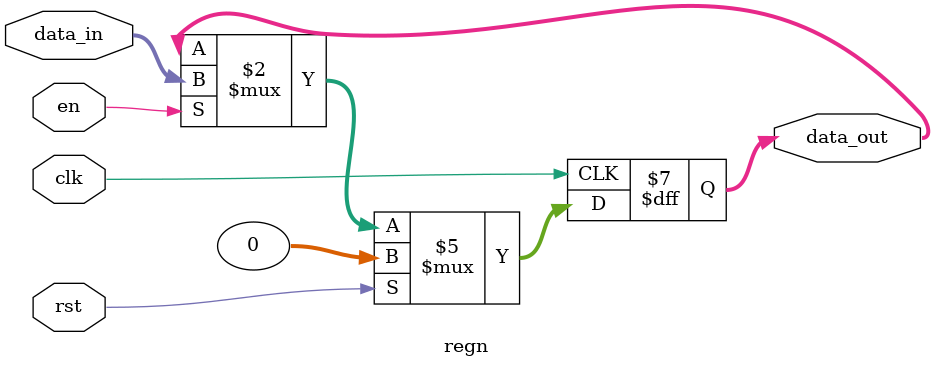
<source format=sv>
module regn #(
    parameter int N = 32,
    parameter logic [N-1:0] INIT = '0  // default initialization
) (
    input  logic clk,
    input  logic rst,
    input  logic en,
    input  logic [N-1:0] data_in,
    output logic [N-1:0] data_out
);

    always_ff @(posedge clk) begin
        if (rst)
            data_out <= INIT;
        else if (en)
            data_out <= data_in;
    end

endmodule

</source>
